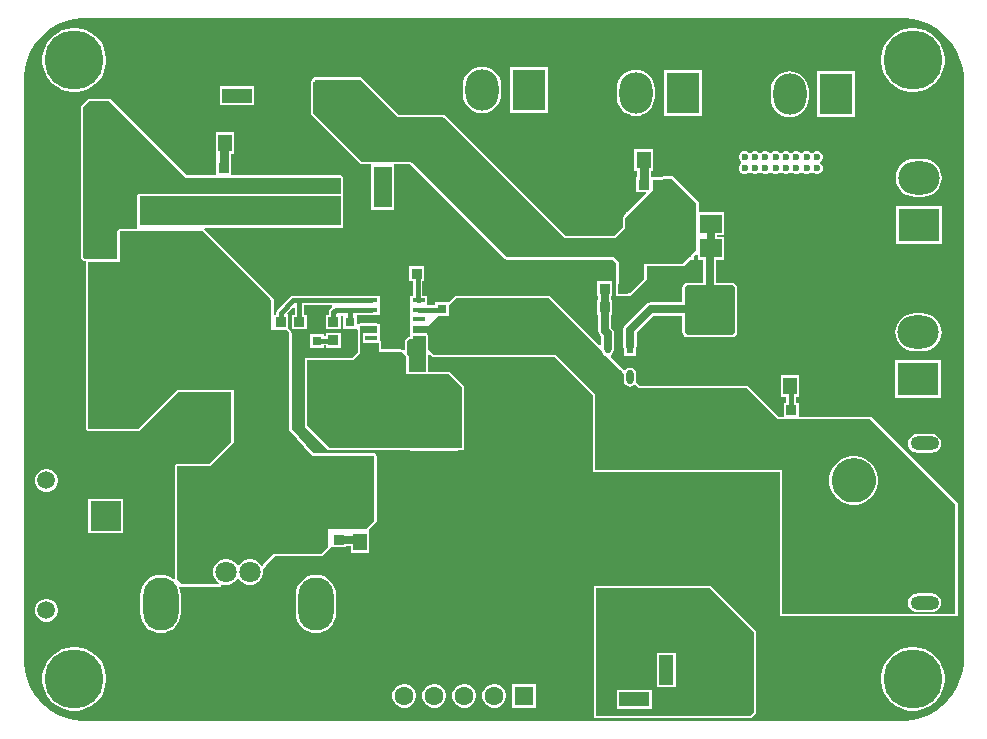
<source format=gbr>
%TF.GenerationSoftware,Altium Limited,Altium Designer,22.5.1 (42)*%
G04 Layer_Physical_Order=1*
G04 Layer_Color=255*
%FSLAX44Y44*%
%MOMM*%
%TF.SameCoordinates,89E13746-3D4A-4BC1-B2AC-D00D571BF165*%
%TF.FilePolarity,Positive*%
%TF.FileFunction,Copper,L1,Top,Signal*%
%TF.Part,Single*%
G01*
G75*
%TA.AperFunction,SMDPad,CuDef*%
%ADD10C,2.0000*%
%ADD11R,1.1600X1.4700*%
%ADD12R,1.0000X0.4000*%
%ADD13R,2.6000X3.0000*%
%ADD14R,1.0000X1.6000*%
%ADD15R,0.8000X0.8000*%
%ADD16R,0.8500X0.8500*%
%ADD17O,0.6000X1.2000*%
%ADD18R,0.6000X1.2000*%
%ADD19R,0.8500X0.8500*%
G04:AMPARAMS|DCode=20|XSize=4.2mm|YSize=4.2mm|CornerRadius=0.21mm|HoleSize=0mm|Usage=FLASHONLY|Rotation=270.000|XOffset=0mm|YOffset=0mm|HoleType=Round|Shape=RoundedRectangle|*
%AMROUNDEDRECTD20*
21,1,4.2000,3.7800,0,0,270.0*
21,1,3.7800,4.2000,0,0,270.0*
1,1,0.4200,-1.8900,-1.8900*
1,1,0.4200,-1.8900,1.8900*
1,1,0.4200,1.8900,1.8900*
1,1,0.4200,1.8900,-1.8900*
%
%ADD20ROUNDEDRECTD20*%
%ADD21R,1.8500X1.5000*%
%ADD22R,5.3500X3.6000*%
%ADD23R,1.5500X1.1000*%
%ADD24R,1.5500X1.1000*%
%ADD25R,1.5500X3.4500*%
%ADD26R,0.8000X0.8000*%
%ADD27R,1.6000X1.0000*%
%ADD28R,3.6000X5.3500*%
%ADD29R,1.5000X1.8500*%
%TA.AperFunction,Conductor*%
%ADD30C,0.3810*%
%ADD31C,0.8000*%
%ADD32C,0.7000*%
%TA.AperFunction,ComponentPad*%
%ADD33C,3.7160*%
%ADD34R,3.7160X3.7160*%
%ADD35O,2.4000X1.2000*%
%ADD36R,2.5000X1.2000*%
%ADD37R,1.2000X2.5000*%
%ADD38C,1.6000*%
%ADD39R,1.6000X1.6000*%
%ADD40C,1.5080*%
%ADD41C,2.5500*%
%ADD42R,2.5500X2.5500*%
%ADD43C,5.0000*%
G04:AMPARAMS|DCode=44|XSize=1.6mm|YSize=1.6mm|CornerRadius=0mm|HoleSize=0mm|Usage=FLASHONLY|Rotation=90.000|XOffset=0mm|YOffset=0mm|HoleType=Round|Shape=Octagon|*
%AMOCTAGOND44*
4,1,8,0.4000,0.8000,-0.4000,0.8000,-0.8000,0.4000,-0.8000,-0.4000,-0.4000,-0.8000,0.4000,-0.8000,0.8000,-0.4000,0.8000,0.4000,0.4000,0.8000,0.0*
%
%ADD44OCTAGOND44*%

%ADD45O,2.8000X3.5000*%
%ADD46R,2.8000X3.5000*%
%ADD47O,3.5000X2.8000*%
%ADD48R,3.5000X2.8000*%
%ADD49C,1.8000*%
%ADD50R,1.8000X1.8000*%
%ADD51O,3.0000X4.5000*%
%ADD52R,1.6000X1.6000*%
%TA.AperFunction,ViaPad*%
%ADD53C,0.6000*%
%ADD54C,0.8000*%
G36*
X355354Y297055D02*
X362060Y295258D01*
X368474Y292601D01*
X374487Y289130D01*
X379994Y284904D01*
X384904Y279994D01*
X389130Y274487D01*
X392601Y268474D01*
X395258Y262060D01*
X397055Y255354D01*
X397961Y248471D01*
Y245000D01*
X397961Y-245000D01*
X397961Y-248471D01*
X397055Y-255354D01*
X395258Y-262060D01*
X392601Y-268474D01*
X389130Y-274487D01*
X384904Y-279994D01*
X379994Y-284904D01*
X374487Y-289130D01*
X368474Y-292601D01*
X362060Y-295258D01*
X355354Y-297055D01*
X348471Y-297961D01*
X-348471D01*
X-355354Y-297055D01*
X-362060Y-295258D01*
X-368474Y-292601D01*
X-374487Y-289130D01*
X-379994Y-284904D01*
X-384904Y-279994D01*
X-389130Y-274487D01*
X-392601Y-268474D01*
X-395258Y-262060D01*
X-397055Y-255354D01*
X-397961Y-248471D01*
X-397961Y-245000D01*
Y245000D01*
X-397961Y248471D01*
X-397055Y255354D01*
X-395258Y262060D01*
X-392601Y268474D01*
X-389130Y274487D01*
X-384904Y279994D01*
X-379994Y284904D01*
X-374487Y289130D01*
X-368474Y292601D01*
X-362060Y295258D01*
X-355354Y297055D01*
X-348471Y297961D01*
X348471D01*
X355354Y297055D01*
D02*
G37*
%LPC*%
G36*
X357125Y289000D02*
X352875D01*
X348677Y288335D01*
X344636Y287022D01*
X340849Y285093D01*
X337411Y282595D01*
X334406Y279589D01*
X331908Y276151D01*
X329978Y272364D01*
X328665Y268323D01*
X328000Y264125D01*
Y259875D01*
X328665Y255678D01*
X329978Y251636D01*
X331908Y247849D01*
X334406Y244411D01*
X337411Y241406D01*
X340849Y238908D01*
X344636Y236978D01*
X348677Y235665D01*
X352875Y235000D01*
X357125D01*
X361323Y235665D01*
X365364Y236978D01*
X369151Y238908D01*
X372589Y241406D01*
X375594Y244411D01*
X378092Y247849D01*
X380022Y251636D01*
X381335Y255678D01*
X382000Y259875D01*
Y264125D01*
X381335Y268323D01*
X380022Y272364D01*
X378092Y276151D01*
X375594Y279589D01*
X372589Y282595D01*
X369151Y285093D01*
X365364Y287022D01*
X361323Y288335D01*
X357125Y289000D01*
D02*
G37*
G36*
X-352875D02*
X-357125D01*
X-361323Y288335D01*
X-365364Y287022D01*
X-369151Y285093D01*
X-372589Y282595D01*
X-375594Y279589D01*
X-378092Y276151D01*
X-380022Y272364D01*
X-381335Y268323D01*
X-382000Y264125D01*
Y259875D01*
X-381335Y255678D01*
X-380022Y251636D01*
X-378092Y247849D01*
X-375594Y244411D01*
X-372589Y241406D01*
X-369151Y238908D01*
X-365364Y236978D01*
X-361323Y235665D01*
X-357125Y235000D01*
X-352875D01*
X-348677Y235665D01*
X-344636Y236978D01*
X-340849Y238908D01*
X-337411Y241406D01*
X-334406Y244411D01*
X-331908Y247849D01*
X-329978Y251636D01*
X-328665Y255678D01*
X-328000Y259875D01*
Y264125D01*
X-328665Y268323D01*
X-329978Y272364D01*
X-331908Y276151D01*
X-334406Y279589D01*
X-337411Y282595D01*
X-340849Y285093D01*
X-344636Y287022D01*
X-348677Y288335D01*
X-352875Y289000D01*
D02*
G37*
G36*
X-202500Y239750D02*
X-231500D01*
Y223750D01*
X-202500D01*
Y239750D01*
D02*
G37*
G36*
X45850Y256250D02*
X13850D01*
Y217250D01*
X45850D01*
Y256250D01*
D02*
G37*
G36*
X-9750Y256327D02*
X-12887Y256019D01*
X-15903Y255104D01*
X-18682Y253618D01*
X-21118Y251618D01*
X-23118Y249182D01*
X-24604Y246403D01*
X-25519Y243386D01*
X-25827Y240250D01*
Y233250D01*
X-25519Y230114D01*
X-24604Y227097D01*
X-23118Y224318D01*
X-21118Y221882D01*
X-18682Y219882D01*
X-15903Y218396D01*
X-12887Y217481D01*
X-9750Y217173D01*
X-6613Y217481D01*
X-3597Y218396D01*
X-818Y219882D01*
X1619Y221882D01*
X3618Y224318D01*
X5104Y227097D01*
X6018Y230114D01*
X6327Y233250D01*
Y240250D01*
X6018Y243386D01*
X5104Y246403D01*
X3618Y249182D01*
X1619Y251618D01*
X-818Y253618D01*
X-3597Y255104D01*
X-6613Y256019D01*
X-9750Y256327D01*
D02*
G37*
G36*
X176100Y253750D02*
X144100D01*
Y214750D01*
X176100D01*
Y253750D01*
D02*
G37*
G36*
X120500Y253827D02*
X117363Y253519D01*
X114347Y252604D01*
X111568Y251118D01*
X109131Y249118D01*
X107132Y246682D01*
X105646Y243903D01*
X104732Y240886D01*
X104423Y237750D01*
Y230750D01*
X104732Y227614D01*
X105646Y224597D01*
X107132Y221818D01*
X109131Y219382D01*
X111568Y217382D01*
X114347Y215896D01*
X117363Y214981D01*
X120500Y214673D01*
X123637Y214981D01*
X126653Y215896D01*
X129432Y217382D01*
X131868Y219382D01*
X133868Y221818D01*
X135354Y224597D01*
X136269Y227614D01*
X136577Y230750D01*
Y237750D01*
X136269Y240886D01*
X135354Y243903D01*
X133868Y246682D01*
X131868Y249118D01*
X129432Y251118D01*
X126653Y252604D01*
X123637Y253519D01*
X120500Y253827D01*
D02*
G37*
G36*
X306200Y252500D02*
X274200D01*
Y213500D01*
X306200D01*
Y252500D01*
D02*
G37*
G36*
X250600Y252577D02*
X247463Y252269D01*
X244447Y251354D01*
X241668Y249868D01*
X239232Y247868D01*
X237232Y245432D01*
X235746Y242652D01*
X234832Y239636D01*
X234523Y236500D01*
Y229500D01*
X234832Y226364D01*
X235746Y223347D01*
X237232Y220568D01*
X239232Y218132D01*
X241668Y216132D01*
X244447Y214646D01*
X247463Y213731D01*
X250600Y213423D01*
X253737Y213731D01*
X256753Y214646D01*
X259532Y216132D01*
X261968Y218132D01*
X263968Y220568D01*
X265454Y223347D01*
X266369Y226364D01*
X266677Y229500D01*
Y236500D01*
X266369Y239636D01*
X265454Y242652D01*
X263968Y245432D01*
X261968Y247868D01*
X259532Y249868D01*
X256753Y251354D01*
X253737Y252269D01*
X250600Y252577D01*
D02*
G37*
G36*
X274745Y185000D02*
X272755D01*
X270918Y184239D01*
X270205Y183526D01*
X269375Y182930D01*
X268545Y183526D01*
X267832Y184239D01*
X265995Y185000D01*
X264005D01*
X262168Y184239D01*
X261455Y183526D01*
X260625Y182930D01*
X259795Y183526D01*
X259082Y184239D01*
X257245Y185000D01*
X255255D01*
X253418Y184239D01*
X252705Y183526D01*
X251875Y182930D01*
X251045Y183526D01*
X250332Y184239D01*
X248494Y185000D01*
X246505D01*
X244668Y184239D01*
X243955Y183526D01*
X243125Y182930D01*
X242295Y183526D01*
X241582Y184239D01*
X239745Y185000D01*
X237755D01*
X235918Y184239D01*
X235205Y183526D01*
X234375Y182930D01*
X233545Y183526D01*
X232832Y184239D01*
X230995Y185000D01*
X229005D01*
X227168Y184239D01*
X226455Y183526D01*
X225625Y182930D01*
X224795Y183526D01*
X224082Y184239D01*
X222245Y185000D01*
X220255D01*
X218418Y184239D01*
X217705Y183526D01*
X216875Y182930D01*
X216045Y183526D01*
X215332Y184239D01*
X213495Y185000D01*
X211505D01*
X209668Y184239D01*
X208261Y182832D01*
X207500Y180995D01*
Y179005D01*
X208261Y177168D01*
X209668Y175761D01*
X209671Y175760D01*
Y174490D01*
X209668Y174489D01*
X208261Y173082D01*
X207500Y171245D01*
Y169255D01*
X208261Y167418D01*
X209668Y166011D01*
X211505Y165250D01*
X213495D01*
X215332Y166011D01*
X216045Y166724D01*
X216875Y167320D01*
X217705Y166724D01*
X218418Y166011D01*
X220255Y165250D01*
X222245D01*
X224082Y166011D01*
X224795Y166724D01*
X225625Y167320D01*
X226455Y166724D01*
X227168Y166011D01*
X229005Y165250D01*
X230995D01*
X232832Y166011D01*
X233545Y166724D01*
X234375Y167320D01*
X235205Y166724D01*
X235918Y166011D01*
X237755Y165250D01*
X239745D01*
X241582Y166011D01*
X242295Y166724D01*
X243125Y167320D01*
X243955Y166724D01*
X244668Y166011D01*
X246505Y165250D01*
X248494D01*
X250332Y166011D01*
X251045Y166724D01*
X251875Y167320D01*
X252705Y166724D01*
X253418Y166011D01*
X255255Y165250D01*
X257245D01*
X259082Y166011D01*
X259795Y166724D01*
X260625Y167320D01*
X261455Y166724D01*
X262168Y166011D01*
X264005Y165250D01*
X265995D01*
X267832Y166011D01*
X268545Y166724D01*
X269375Y167320D01*
X270205Y166724D01*
X270918Y166011D01*
X272755Y165250D01*
X274745D01*
X276582Y166011D01*
X277989Y167418D01*
X278750Y169255D01*
Y171245D01*
X277989Y173082D01*
X276582Y174489D01*
X276579Y174490D01*
Y175760D01*
X276582Y175761D01*
X277989Y177168D01*
X278750Y179005D01*
Y180995D01*
X277989Y182832D01*
X276582Y184239D01*
X274745Y185000D01*
D02*
G37*
G36*
X363500Y178327D02*
X356500D01*
X353363Y178018D01*
X350347Y177104D01*
X347568Y175618D01*
X345131Y173618D01*
X343132Y171182D01*
X341646Y168403D01*
X340732Y165387D01*
X340423Y162250D01*
X340732Y159113D01*
X341646Y156097D01*
X343132Y153318D01*
X345131Y150882D01*
X347568Y148882D01*
X350347Y147396D01*
X353363Y146482D01*
X356500Y146173D01*
X363500D01*
X366637Y146482D01*
X369652Y147396D01*
X372432Y148882D01*
X374868Y150882D01*
X376868Y153318D01*
X378354Y156097D01*
X379268Y159113D01*
X379577Y162250D01*
X379268Y165387D01*
X378354Y168403D01*
X376868Y171182D01*
X374868Y173618D01*
X372432Y175618D01*
X369652Y177104D01*
X366637Y178018D01*
X363500Y178327D01*
D02*
G37*
G36*
X379500Y138650D02*
X340500D01*
Y106650D01*
X379500D01*
Y138650D01*
D02*
G37*
G36*
X-129500Y31000D02*
X-142000D01*
Y28482D01*
X-143750D01*
Y30250D01*
X-155750D01*
Y18250D01*
X-143750D01*
Y20519D01*
X-142000D01*
Y18500D01*
X-129500D01*
Y31000D01*
D02*
G37*
G36*
X-112750Y247539D02*
X-151500D01*
X-152280Y247384D01*
X-152942Y246942D01*
X-153384Y246280D01*
X-153539Y245500D01*
Y245211D01*
X-153942Y244942D01*
X-154384Y244280D01*
X-154539Y243500D01*
Y216500D01*
X-154539Y216500D01*
X-154384Y215720D01*
X-153942Y215058D01*
X-153942Y215058D01*
X-113192Y174308D01*
X-112530Y173866D01*
X-111750Y173711D01*
X-103500D01*
Y135250D01*
X-84000D01*
Y173711D01*
X-70595D01*
X9558Y93558D01*
X10220Y93116D01*
X11000Y92961D01*
X101155D01*
X103961Y90155D01*
Y74750D01*
X103500D01*
Y62250D01*
X116000D01*
Y62610D01*
X116030Y62616D01*
X116692Y63058D01*
X128942Y75308D01*
X129384Y75970D01*
X129539Y76750D01*
Y87461D01*
X160500D01*
X160500Y87461D01*
X161280Y87616D01*
X161942Y88058D01*
X161942Y88058D01*
X166884Y93000D01*
X169750D01*
Y95866D01*
X171577Y97693D01*
X172750Y97207D01*
Y93000D01*
X177392D01*
Y73580D01*
X164100D01*
X162500Y73262D01*
X161144Y72356D01*
X160238Y71000D01*
X159920Y69400D01*
Y56858D01*
X133000D01*
X130854Y56431D01*
X129035Y55215D01*
X111535Y37715D01*
X110319Y35896D01*
X109892Y33750D01*
Y19500D01*
X110319Y17354D01*
X110500Y17083D01*
Y11500D01*
X120500D01*
Y17083D01*
X120681Y17354D01*
X121108Y19500D01*
Y31427D01*
X135323Y45642D01*
X159920D01*
Y31600D01*
X160238Y30000D01*
X161144Y28644D01*
X162500Y27738D01*
X164100Y27420D01*
X201900D01*
X203500Y27738D01*
X204856Y28644D01*
X205762Y30000D01*
X206080Y31600D01*
Y69400D01*
X205762Y71000D01*
X204856Y72356D01*
X203500Y73262D01*
X201900Y73580D01*
X188608D01*
Y93000D01*
X195250D01*
Y112000D01*
X189608D01*
Y114000D01*
X195250D01*
Y133000D01*
X173789D01*
Y140750D01*
X173634Y141530D01*
X173192Y142192D01*
X152442Y162942D01*
X152400Y162970D01*
X152371Y163010D01*
X152071Y163190D01*
X151780Y163384D01*
X151731Y163394D01*
X151688Y163419D01*
X151343Y163471D01*
X151000Y163539D01*
X150951Y163529D01*
X150901Y163537D01*
X135401Y162787D01*
X135063Y162702D01*
X134770Y162644D01*
X134694Y162636D01*
X134191Y162684D01*
X133853Y162827D01*
X133368Y163258D01*
Y168150D01*
X134900D01*
Y186850D01*
X119300D01*
Y168150D01*
X121132D01*
Y162750D01*
X121000D01*
Y150250D01*
X128707D01*
X129193Y149077D01*
X115558Y135442D01*
X113116Y133000D01*
X112250D01*
Y132134D01*
X110058Y129942D01*
X109616Y129280D01*
X109461Y128500D01*
Y120095D01*
X102405Y113039D01*
X61095D01*
X-41058Y215192D01*
X-41720Y215634D01*
X-42500Y215789D01*
X-80155D01*
X-111308Y246942D01*
X-111970Y247384D01*
X-112750Y247539D01*
D02*
G37*
G36*
X363250Y47577D02*
X356250D01*
X353114Y47269D01*
X350097Y46354D01*
X347318Y44868D01*
X344882Y42868D01*
X342882Y40432D01*
X341396Y37653D01*
X340481Y34636D01*
X340173Y31500D01*
X340481Y28363D01*
X341396Y25347D01*
X342882Y22568D01*
X344882Y20131D01*
X347318Y18132D01*
X350097Y16646D01*
X353114Y15732D01*
X356250Y15423D01*
X363250D01*
X366386Y15732D01*
X369403Y16646D01*
X372182Y18132D01*
X374618Y20131D01*
X376618Y22568D01*
X378104Y25347D01*
X379019Y28363D01*
X379327Y31500D01*
X379019Y34636D01*
X378104Y37653D01*
X376618Y40432D01*
X374618Y42868D01*
X372182Y44868D01*
X369403Y46354D01*
X366386Y47269D01*
X363250Y47577D01*
D02*
G37*
G36*
X379250Y7900D02*
X340250D01*
Y-24100D01*
X379250D01*
Y7900D01*
D02*
G37*
G36*
X371000Y-54431D02*
X359000D01*
X356912Y-54706D01*
X354966Y-55512D01*
X353294Y-56794D01*
X352012Y-58465D01*
X351206Y-60412D01*
X350931Y-62500D01*
X351206Y-64588D01*
X352012Y-66535D01*
X353294Y-68206D01*
X354966Y-69488D01*
X356912Y-70294D01*
X359000Y-70569D01*
X371000D01*
X373088Y-70294D01*
X375034Y-69488D01*
X376706Y-68206D01*
X377988Y-66535D01*
X378794Y-64588D01*
X379069Y-62500D01*
X378794Y-60412D01*
X377988Y-58465D01*
X376706Y-56794D01*
X375034Y-55512D01*
X373088Y-54706D01*
X371000Y-54431D01*
D02*
G37*
G36*
X-377244Y-84460D02*
X-379756D01*
X-382182Y-85110D01*
X-384358Y-86366D01*
X-386134Y-88142D01*
X-387390Y-90318D01*
X-388040Y-92744D01*
Y-95256D01*
X-387390Y-97682D01*
X-386134Y-99858D01*
X-384358Y-101634D01*
X-382182Y-102890D01*
X-379756Y-103540D01*
X-377244D01*
X-374818Y-102890D01*
X-372642Y-101634D01*
X-370866Y-99858D01*
X-369610Y-97682D01*
X-368960Y-95256D01*
Y-92744D01*
X-369610Y-90318D01*
X-370866Y-88142D01*
X-372642Y-86366D01*
X-374818Y-85110D01*
X-377244Y-84460D01*
D02*
G37*
G36*
X-313750Y-109250D02*
X-343250D01*
Y-138750D01*
X-313750D01*
Y-109250D01*
D02*
G37*
G36*
X-342250Y229289D02*
X-343030Y229134D01*
X-343692Y228692D01*
X-348692Y223692D01*
X-349134Y223030D01*
X-349289Y222250D01*
Y95000D01*
X-349289Y95000D01*
X-349134Y94220D01*
X-348692Y93558D01*
X-347192Y92058D01*
X-346530Y91616D01*
X-345750Y91461D01*
X-345417D01*
X-345039Y91000D01*
Y-50000D01*
X-344884Y-50780D01*
X-344442Y-51442D01*
X-343780Y-51884D01*
X-343000Y-52039D01*
X-301000D01*
X-301000Y-52039D01*
X-300220Y-51884D01*
X-299558Y-51442D01*
X-299558Y-51442D01*
X-267155Y-19039D01*
X-222039D01*
Y-61155D01*
X-240845Y-79961D01*
X-268000D01*
X-268780Y-80116D01*
X-269442Y-80558D01*
X-269884Y-81220D01*
X-270039Y-82000D01*
Y-177099D01*
X-271309Y-177700D01*
X-272410Y-176797D01*
X-275363Y-175218D01*
X-278567Y-174246D01*
X-281900Y-173918D01*
X-285233Y-174246D01*
X-288437Y-175218D01*
X-291390Y-176797D01*
X-293979Y-178921D01*
X-296103Y-181510D01*
X-297682Y-184463D01*
X-298654Y-187667D01*
X-298982Y-191000D01*
Y-206000D01*
X-298654Y-209333D01*
X-297682Y-212537D01*
X-296103Y-215490D01*
X-293979Y-218079D01*
X-291390Y-220203D01*
X-288437Y-221782D01*
X-285233Y-222754D01*
X-281900Y-223082D01*
X-278567Y-222754D01*
X-275363Y-221782D01*
X-272410Y-220203D01*
X-269821Y-218079D01*
X-267697Y-215490D01*
X-266118Y-212537D01*
X-265146Y-209333D01*
X-264818Y-206000D01*
Y-191000D01*
X-265146Y-187667D01*
X-266097Y-184531D01*
X-266021Y-184407D01*
X-265012Y-183729D01*
X-264780Y-183884D01*
X-264000Y-184039D01*
X-232380D01*
X-232248Y-184013D01*
X-232114Y-184022D01*
X-231861Y-183936D01*
X-231600Y-183884D01*
X-231488Y-183809D01*
X-231361Y-183766D01*
X-231160Y-183590D01*
X-230938Y-183442D01*
X-230864Y-183330D01*
X-230763Y-183241D01*
X-230644Y-183002D01*
X-230496Y-182780D01*
X-229690Y-182112D01*
X-229384Y-181935D01*
X-227648Y-182400D01*
X-224752D01*
X-221954Y-181650D01*
X-219446Y-180202D01*
X-217398Y-178154D01*
X-216835Y-177179D01*
X-215565D01*
X-215002Y-178154D01*
X-212954Y-180202D01*
X-210446Y-181650D01*
X-207648Y-182400D01*
X-204752D01*
X-201954Y-181650D01*
X-199446Y-180202D01*
X-197398Y-178154D01*
X-195950Y-175646D01*
X-195200Y-172848D01*
Y-169952D01*
X-195582Y-168526D01*
X-194472Y-168229D01*
X-194352Y-168169D01*
X-194220Y-168143D01*
X-193998Y-167995D01*
X-193759Y-167877D01*
X-193670Y-167776D01*
X-193558Y-167701D01*
X-193410Y-167479D01*
X-193234Y-167279D01*
X-193191Y-167151D01*
X-193116Y-167039D01*
X-193064Y-166778D01*
X-192978Y-166525D01*
X-192987Y-166391D01*
X-192961Y-166259D01*
Y-165845D01*
X-185155Y-158039D01*
X-146000D01*
X-146000Y-158039D01*
X-145220Y-157884D01*
X-144558Y-157442D01*
X-144558Y-157442D01*
X-138558Y-151442D01*
X-138230Y-150951D01*
X-137250Y-150250D01*
X-124750D01*
Y-149608D01*
X-120700D01*
Y-155350D01*
X-105100D01*
Y-136650D01*
X-105100D01*
X-105496Y-135380D01*
X-99558Y-129442D01*
X-99116Y-128780D01*
X-98961Y-128000D01*
Y-73000D01*
X-99116Y-72220D01*
X-99558Y-71558D01*
X-100220Y-71116D01*
X-101000Y-70961D01*
X-153067D01*
X-170961Y-50241D01*
Y31000D01*
X-171116Y31780D01*
X-171558Y32442D01*
X-173558Y34442D01*
X-173750Y34570D01*
Y46250D01*
X-174323D01*
X-174849Y47520D01*
X-169655Y52715D01*
X-168482Y52228D01*
Y46500D01*
X-170750D01*
Y34000D01*
X-158250D01*
Y46500D01*
X-160518D01*
Y54518D01*
X-136819D01*
X-136421Y53534D01*
X-136400Y53249D01*
X-138565Y51083D01*
X-139428Y49792D01*
X-139732Y48268D01*
Y46500D01*
X-142000D01*
Y34000D01*
X-129500D01*
Y45418D01*
X-128625Y45968D01*
X-127750Y45418D01*
Y34500D01*
X-116309D01*
X-115750Y34500D01*
X-115039Y33524D01*
Y14845D01*
X-119804Y10080D01*
X-151400D01*
X-151606Y10039D01*
X-158000D01*
X-158780Y9884D01*
X-159442Y9442D01*
X-159884Y8780D01*
X-160039Y8000D01*
Y-47000D01*
X-160039Y-47000D01*
X-159884Y-47780D01*
X-159442Y-48442D01*
X-139942Y-67942D01*
X-139280Y-68384D01*
X-138500Y-68539D01*
X-70500D01*
Y-69000D01*
X-30500D01*
Y-68539D01*
X-27000D01*
X-26220Y-68384D01*
X-25558Y-67942D01*
X-25116Y-67280D01*
X-24961Y-66500D01*
Y-15000D01*
X-24961Y-15000D01*
X-25116Y-14220D01*
X-25558Y-13558D01*
X-36558Y-2558D01*
X-37220Y-2116D01*
X-38000Y-1961D01*
X-55211D01*
Y12668D01*
X-54037Y13154D01*
X-51942Y11058D01*
X-51280Y10616D01*
X-50500Y10461D01*
X51905D01*
X83961Y-21595D01*
X83961Y-84750D01*
X84116Y-85530D01*
X84558Y-86192D01*
X85220Y-86634D01*
X86000Y-86789D01*
X242461D01*
Y-207000D01*
X242616Y-207780D01*
X243058Y-208442D01*
X243720Y-208884D01*
X244500Y-209039D01*
X391000D01*
X391780Y-208884D01*
X392442Y-208442D01*
X392884Y-207780D01*
X393039Y-207000D01*
Y-114000D01*
X393039Y-114000D01*
X392884Y-113220D01*
X392442Y-112558D01*
X320442Y-40558D01*
X319780Y-40116D01*
X319000Y-39961D01*
X258250D01*
Y-28000D01*
X255982D01*
Y-23350D01*
X258900D01*
Y-4650D01*
X243300D01*
Y-23350D01*
X248018D01*
Y-28000D01*
X245750D01*
Y-39961D01*
X241845D01*
X216442Y-14558D01*
X215780Y-14116D01*
X215000Y-13961D01*
X123845D01*
X121457Y-11573D01*
X121373Y-11517D01*
X121309Y-11439D01*
X121045Y-11298D01*
X120795Y-11131D01*
X120562Y-10174D01*
X120542Y-9781D01*
X120598Y-9500D01*
Y-3500D01*
X120210Y-1549D01*
X119105Y105D01*
X117451Y1210D01*
X115500Y1598D01*
X113549Y1210D01*
X111895Y105D01*
X111604Y-331D01*
X110340Y-456D01*
X99151Y10733D01*
X99313Y12366D01*
X100105Y12895D01*
X101210Y14549D01*
X101598Y16500D01*
Y17230D01*
X101681Y17354D01*
X102108Y19500D01*
Y30500D01*
X101681Y32646D01*
X100465Y34465D01*
X99858Y35073D01*
Y46250D01*
X100500D01*
Y58750D01*
X99858D01*
Y62250D01*
X100500D01*
Y74750D01*
X88000D01*
Y62250D01*
X88642D01*
Y58750D01*
X88000D01*
Y46250D01*
X88642D01*
Y32750D01*
X89069Y30604D01*
X90285Y28785D01*
X90892Y28177D01*
Y20788D01*
X89622Y20262D01*
X47942Y61942D01*
X47280Y62384D01*
X46500Y62539D01*
X-31500D01*
X-31500Y62539D01*
X-32280Y62384D01*
X-32942Y61942D01*
X-32942Y61942D01*
X-37634Y57250D01*
X-49500D01*
Y54577D01*
X-56500D01*
Y62500D01*
X-60269D01*
Y75000D01*
X-58750D01*
Y87500D01*
X-71250D01*
Y75000D01*
X-68232D01*
Y62500D01*
X-70500D01*
Y54500D01*
X-70500D01*
X-70500Y53230D01*
Y47770D01*
X-70500Y46500D01*
X-70500D01*
Y46500D01*
X-70500D01*
Y37197D01*
X-70539Y37000D01*
Y30500D01*
X-70500Y30303D01*
Y28658D01*
X-70539Y28461D01*
Y28356D01*
X-71634Y27517D01*
X-71869Y27433D01*
X-72114Y27384D01*
X-72240Y27300D01*
X-72383Y27248D01*
X-72568Y27081D01*
X-72775Y26942D01*
X-72860Y26816D01*
X-72972Y26714D01*
X-74639Y24464D01*
X-74745Y24238D01*
X-74884Y24030D01*
X-74914Y23881D01*
X-74978Y23744D01*
X-74991Y23495D01*
X-75039Y23250D01*
Y16582D01*
X-76213Y16096D01*
X-76558Y16442D01*
X-77220Y16884D01*
X-78000Y17039D01*
X-94961D01*
Y22500D01*
X-95116Y23280D01*
X-95558Y23942D01*
X-96220Y24384D01*
X-96500Y24440D01*
Y30303D01*
X-96461Y30500D01*
Y37000D01*
X-96500Y37197D01*
Y38500D01*
X-97145D01*
X-97720Y38884D01*
X-98500Y39039D01*
X-113000D01*
X-113780Y38884D01*
X-114442Y38442D01*
X-114480Y38385D01*
X-115750Y38770D01*
Y46500D01*
X-114488Y46519D01*
X-110500D01*
Y46500D01*
X-96500D01*
Y53230D01*
X-96500Y54500D01*
X-96500Y55770D01*
Y62500D01*
X-110500D01*
Y62481D01*
X-169500D01*
X-171024Y62178D01*
X-172315Y61315D01*
X-182815Y50815D01*
X-183678Y49524D01*
X-183981Y48000D01*
Y46250D01*
X-185961D01*
Y59000D01*
X-186116Y59780D01*
X-186558Y60442D01*
X-244558Y118442D01*
X-244931Y118691D01*
X-244619Y119961D01*
X-129250D01*
X-128470Y120116D01*
X-127808Y120558D01*
X-127366Y121220D01*
X-127211Y122000D01*
Y146500D01*
X-127366Y147280D01*
X-127805Y147937D01*
X-127616Y148220D01*
X-127461Y149000D01*
Y162250D01*
X-127616Y163030D01*
X-128058Y163692D01*
X-128720Y164134D01*
X-129500Y164289D01*
X-222250D01*
Y176500D01*
X-222383D01*
Y182150D01*
X-219600D01*
Y200850D01*
X-235200D01*
Y182150D01*
X-234618D01*
Y176500D01*
X-234750D01*
Y164289D01*
X-259905D01*
X-324308Y228692D01*
X-324970Y229134D01*
X-325750Y229289D01*
X-342250D01*
X-342250Y229289D01*
D02*
G37*
G36*
X-377244Y-194460D02*
X-379756D01*
X-382182Y-195110D01*
X-384358Y-196366D01*
X-386134Y-198142D01*
X-387390Y-200318D01*
X-388040Y-202744D01*
Y-205256D01*
X-387390Y-207682D01*
X-386134Y-209858D01*
X-384358Y-211634D01*
X-382182Y-212890D01*
X-379756Y-213540D01*
X-377244D01*
X-374818Y-212890D01*
X-372642Y-211634D01*
X-370866Y-209858D01*
X-369610Y-207682D01*
X-368960Y-205256D01*
Y-202744D01*
X-369610Y-200318D01*
X-370866Y-198142D01*
X-372642Y-196366D01*
X-374818Y-195110D01*
X-377244Y-194460D01*
D02*
G37*
G36*
X-150500Y-173918D02*
X-153833Y-174246D01*
X-157037Y-175218D01*
X-159990Y-176797D01*
X-162579Y-178921D01*
X-164703Y-181510D01*
X-166282Y-184463D01*
X-167254Y-187667D01*
X-167582Y-191000D01*
Y-206000D01*
X-167254Y-209333D01*
X-166282Y-212537D01*
X-164703Y-215490D01*
X-162579Y-218079D01*
X-159990Y-220203D01*
X-157037Y-221782D01*
X-153833Y-222754D01*
X-150500Y-223082D01*
X-147167Y-222754D01*
X-143963Y-221782D01*
X-141010Y-220203D01*
X-138421Y-218079D01*
X-136297Y-215490D01*
X-134718Y-212537D01*
X-133746Y-209333D01*
X-133418Y-206000D01*
Y-191000D01*
X-133746Y-187667D01*
X-134718Y-184463D01*
X-136297Y-181510D01*
X-138421Y-178921D01*
X-141010Y-176797D01*
X-143963Y-175218D01*
X-147167Y-174246D01*
X-150500Y-173918D01*
D02*
G37*
G36*
X-74334Y-266250D02*
X-76967D01*
X-79510Y-266931D01*
X-81790Y-268248D01*
X-83652Y-270110D01*
X-84969Y-272390D01*
X-85650Y-274933D01*
Y-277567D01*
X-84969Y-280110D01*
X-83652Y-282390D01*
X-81790Y-284252D01*
X-79510Y-285569D01*
X-76967Y-286250D01*
X-74334D01*
X-71790Y-285569D01*
X-69510Y-284252D01*
X-67648Y-282390D01*
X-66332Y-280110D01*
X-65650Y-277567D01*
Y-274933D01*
X-66332Y-272390D01*
X-67648Y-270110D01*
X-69510Y-268248D01*
X-71790Y-266931D01*
X-74334Y-266250D01*
D02*
G37*
G36*
X35950Y-266250D02*
X15950D01*
Y-286250D01*
X35950D01*
Y-266250D01*
D02*
G37*
G36*
X1866D02*
X-767D01*
X-3310Y-266931D01*
X-5590Y-268248D01*
X-7452Y-270110D01*
X-8769Y-272390D01*
X-9450Y-274933D01*
Y-277567D01*
X-8769Y-280110D01*
X-7452Y-282390D01*
X-5590Y-284252D01*
X-3310Y-285569D01*
X-767Y-286250D01*
X1866D01*
X4410Y-285569D01*
X6690Y-284252D01*
X8552Y-282390D01*
X9869Y-280110D01*
X10550Y-277567D01*
Y-274933D01*
X9869Y-272390D01*
X8552Y-270110D01*
X6690Y-268248D01*
X4410Y-266931D01*
X1866Y-266250D01*
D02*
G37*
G36*
X-23533D02*
X-26167D01*
X-28710Y-266931D01*
X-30990Y-268248D01*
X-32852Y-270110D01*
X-34169Y-272390D01*
X-34850Y-274933D01*
Y-277567D01*
X-34169Y-280110D01*
X-32852Y-282390D01*
X-30990Y-284252D01*
X-28710Y-285569D01*
X-26167Y-286250D01*
X-23533D01*
X-20990Y-285569D01*
X-18710Y-284252D01*
X-16848Y-282390D01*
X-15532Y-280110D01*
X-14850Y-277567D01*
Y-274933D01*
X-15532Y-272390D01*
X-16848Y-270110D01*
X-18710Y-268248D01*
X-20990Y-266931D01*
X-23533Y-266250D01*
D02*
G37*
G36*
X-48934D02*
X-51567D01*
X-54110Y-266931D01*
X-56390Y-268248D01*
X-58252Y-270110D01*
X-59569Y-272390D01*
X-60250Y-274933D01*
Y-277567D01*
X-59569Y-280110D01*
X-58252Y-282390D01*
X-56390Y-284252D01*
X-54110Y-285569D01*
X-51567Y-286250D01*
X-48934D01*
X-46390Y-285569D01*
X-44110Y-284252D01*
X-42248Y-282390D01*
X-40932Y-280110D01*
X-40250Y-277567D01*
Y-274933D01*
X-40932Y-272390D01*
X-42248Y-270110D01*
X-44110Y-268248D01*
X-46390Y-266931D01*
X-48934Y-266250D01*
D02*
G37*
G36*
X357125Y-235000D02*
X352875D01*
X348677Y-235665D01*
X344636Y-236978D01*
X340849Y-238908D01*
X337411Y-241406D01*
X334406Y-244411D01*
X331908Y-247849D01*
X329978Y-251636D01*
X328665Y-255678D01*
X328000Y-259875D01*
Y-264125D01*
X328665Y-268323D01*
X329978Y-272364D01*
X331908Y-276151D01*
X334406Y-279589D01*
X337411Y-282595D01*
X340849Y-285093D01*
X344636Y-287022D01*
X348677Y-288335D01*
X352875Y-289000D01*
X357125D01*
X361323Y-288335D01*
X365364Y-287022D01*
X369151Y-285093D01*
X372589Y-282595D01*
X375594Y-279589D01*
X378092Y-276151D01*
X380022Y-272364D01*
X381335Y-268323D01*
X382000Y-264125D01*
Y-259875D01*
X381335Y-255678D01*
X380022Y-251636D01*
X378092Y-247849D01*
X375594Y-244411D01*
X372589Y-241406D01*
X369151Y-238908D01*
X365364Y-236978D01*
X361323Y-235665D01*
X357125Y-235000D01*
D02*
G37*
G36*
X-352875D02*
X-357125D01*
X-361323Y-235665D01*
X-365364Y-236978D01*
X-369151Y-238908D01*
X-372589Y-241406D01*
X-375594Y-244411D01*
X-378092Y-247849D01*
X-380022Y-251636D01*
X-381335Y-255678D01*
X-382000Y-259875D01*
Y-264125D01*
X-381335Y-268323D01*
X-380022Y-272364D01*
X-378092Y-276151D01*
X-375594Y-279589D01*
X-372589Y-282595D01*
X-369151Y-285093D01*
X-365364Y-287022D01*
X-361323Y-288335D01*
X-357125Y-289000D01*
X-352875D01*
X-348677Y-288335D01*
X-344636Y-287022D01*
X-340849Y-285093D01*
X-337411Y-282595D01*
X-334406Y-279589D01*
X-331908Y-276151D01*
X-329978Y-272364D01*
X-328665Y-268323D01*
X-328000Y-264125D01*
Y-259875D01*
X-328665Y-255678D01*
X-329978Y-251636D01*
X-331908Y-247849D01*
X-334406Y-244411D01*
X-337411Y-241406D01*
X-340849Y-238908D01*
X-344636Y-236978D01*
X-348677Y-235665D01*
X-352875Y-235000D01*
D02*
G37*
G36*
X182985Y-182946D02*
X86750D01*
X85970Y-183101D01*
X85308Y-183543D01*
X84866Y-184205D01*
X84711Y-184985D01*
Y-293250D01*
X84866Y-294030D01*
X85308Y-294692D01*
X85970Y-295134D01*
X86750Y-295289D01*
X217000D01*
X217000Y-295289D01*
X217780Y-295134D01*
X218442Y-294692D01*
X221942Y-291192D01*
X222384Y-290530D01*
X222539Y-289750D01*
Y-222500D01*
X222539Y-222500D01*
X222384Y-221720D01*
X221942Y-221058D01*
X184427Y-183543D01*
X183766Y-183101D01*
X182985Y-182946D01*
D02*
G37*
%LPD*%
G36*
X-81000Y213750D02*
X-42500D01*
X60250Y111000D01*
X103250D01*
X111500Y119250D01*
Y128500D01*
X117000Y134000D01*
X133250Y150250D01*
X133500D01*
Y150500D01*
X135000Y152000D01*
X135000Y160250D01*
X135500Y160750D01*
X151000Y161500D01*
X171750Y140750D01*
Y100750D01*
X160500Y89500D01*
X127500D01*
Y76750D01*
X115250Y64500D01*
X106000D01*
Y91000D01*
X102000Y95000D01*
X11000D01*
X-69750Y175750D01*
X-111750D01*
X-152500Y216500D01*
Y243500D01*
X-151500D01*
Y245500D01*
X-112750D01*
X-81000Y213750D01*
D02*
G37*
G36*
X-260750Y162250D02*
X-129500D01*
Y149000D01*
X-129750Y148750D01*
X-153539D01*
Y148539D01*
X-168961D01*
Y148750D01*
X-301000D01*
X-302250Y147500D01*
Y119039D01*
X-316000D01*
X-316780Y118884D01*
X-317442Y118442D01*
X-317737Y118000D01*
X-317750D01*
X-318500Y117250D01*
Y93500D01*
X-345750D01*
X-347250Y95000D01*
Y222250D01*
X-342250Y227250D01*
X-325750D01*
X-260750Y162250D01*
D02*
G37*
G36*
X-129250Y122000D02*
X-299750D01*
Y146500D01*
X-129250D01*
Y122000D01*
D02*
G37*
G36*
X-57280Y28116D02*
X-57250Y28110D01*
Y22750D01*
Y-1961D01*
X-71961D01*
Y11000D01*
X-72116Y11780D01*
X-72558Y12442D01*
X-72558Y12442D01*
X-73000Y12884D01*
Y23250D01*
X-71333Y25500D01*
X-68500D01*
Y28461D01*
X-57796D01*
X-57280Y28116D01*
D02*
G37*
G36*
X-98500Y30500D02*
X-110500D01*
Y22500D01*
X-97000D01*
Y15000D01*
X-78000D01*
X-74000Y11000D01*
Y-4000D01*
X-38000D01*
X-27000Y-15000D01*
Y-66500D01*
X-138500D01*
X-158000Y-47000D01*
Y8000D01*
X-119000D01*
X-113000Y14000D01*
Y37000D01*
X-98500D01*
Y30500D01*
D02*
G37*
G36*
X-188000Y59000D02*
Y33000D01*
X-175000D01*
X-173000Y31000D01*
Y-51000D01*
X-154000Y-73000D01*
X-101000D01*
Y-128000D01*
X-108000Y-135000D01*
X-140000D01*
Y-150000D01*
X-146000Y-156000D01*
X-186000D01*
X-195000Y-165000D01*
Y-166259D01*
X-196270Y-166599D01*
X-197398Y-164646D01*
X-199446Y-162598D01*
X-201954Y-161150D01*
X-204752Y-160400D01*
X-207648D01*
X-210446Y-161150D01*
X-212954Y-162598D01*
X-215002Y-164646D01*
X-215565Y-165621D01*
X-216835D01*
X-217398Y-164646D01*
X-219446Y-162598D01*
X-221954Y-161150D01*
X-224752Y-160400D01*
X-227648D01*
X-230446Y-161150D01*
X-232954Y-162598D01*
X-235002Y-164646D01*
X-236450Y-167154D01*
X-237200Y-169952D01*
Y-172848D01*
X-236450Y-175646D01*
X-235002Y-178154D01*
X-232954Y-180202D01*
X-232040Y-180730D01*
X-232380Y-182000D01*
X-264000D01*
X-268000Y-178000D01*
Y-82000D01*
X-240000D01*
X-220000Y-62000D01*
Y-17000D01*
X-268000D01*
X-301000Y-50000D01*
X-343000D01*
Y91000D01*
X-316000D01*
Y116930D01*
X-315977Y116965D01*
X-315799Y117000D01*
X-246000D01*
X-188000Y59000D01*
D02*
G37*
G36*
X91626Y15374D02*
X91790Y14549D01*
X92895Y12895D01*
X94549Y11790D01*
X95374Y11626D01*
X110418Y-3418D01*
X110402Y-3500D01*
Y-9500D01*
X110790Y-11451D01*
X111895Y-13105D01*
X113549Y-14210D01*
X115500Y-14598D01*
X117451Y-14210D01*
X119105Y-13105D01*
X120015Y-13015D01*
X123000Y-16000D01*
X215000D01*
X241000Y-42000D01*
X319000D01*
X391000Y-114000D01*
Y-207000D01*
X244500D01*
Y-84750D01*
X86000D01*
X86000Y-20750D01*
X52750Y12500D01*
X-50500D01*
X-55211Y17211D01*
Y28110D01*
X-55250Y28307D01*
X-55250Y28509D01*
X-55327Y28694D01*
X-55366Y28890D01*
X-55478Y29058D01*
X-55555Y29244D01*
X-55697Y29385D01*
X-55808Y29552D01*
X-55975Y29664D01*
X-56118Y29806D01*
X-56174Y29829D01*
X-56500Y30047D01*
Y30500D01*
X-68500D01*
Y37000D01*
X-55000D01*
X-46750Y45250D01*
X-37500D01*
Y54500D01*
X-31500Y60500D01*
X46500D01*
X91626Y15374D01*
D02*
G37*
%LPC*%
G36*
X307027Y-73420D02*
X302973D01*
X298997Y-74211D01*
X295252Y-75762D01*
X291881Y-78014D01*
X289014Y-80881D01*
X286762Y-84252D01*
X285211Y-87997D01*
X284420Y-91973D01*
Y-96027D01*
X285211Y-100003D01*
X286762Y-103748D01*
X289014Y-107119D01*
X291881Y-109986D01*
X295252Y-112238D01*
X298997Y-113789D01*
X302973Y-114580D01*
X307027D01*
X311003Y-113789D01*
X314748Y-112238D01*
X318119Y-109986D01*
X320985Y-107119D01*
X323238Y-103748D01*
X324789Y-100003D01*
X325580Y-96027D01*
Y-91973D01*
X324789Y-87997D01*
X323238Y-84252D01*
X320985Y-80881D01*
X318119Y-78014D01*
X314748Y-75762D01*
X311003Y-74211D01*
X307027Y-73420D01*
D02*
G37*
G36*
X371000Y-189431D02*
X359000D01*
X356912Y-189706D01*
X354966Y-190512D01*
X353294Y-191794D01*
X352012Y-193465D01*
X351206Y-195412D01*
X350931Y-197500D01*
X351206Y-199588D01*
X352012Y-201535D01*
X353294Y-203206D01*
X354966Y-204488D01*
X356912Y-205294D01*
X359000Y-205569D01*
X371000D01*
X373088Y-205294D01*
X375034Y-204488D01*
X376706Y-203206D01*
X377988Y-201535D01*
X378794Y-199588D01*
X379069Y-197500D01*
X378794Y-195412D01*
X377988Y-193465D01*
X376706Y-191794D01*
X375034Y-190512D01*
X373088Y-189706D01*
X371000Y-189431D01*
D02*
G37*
%LPD*%
G36*
X310408Y-76172D02*
X313782Y-77569D01*
X316819Y-79598D01*
X319402Y-82181D01*
X321431Y-85218D01*
X322828Y-88592D01*
X323541Y-92174D01*
Y-95826D01*
X322828Y-99408D01*
X321431Y-102782D01*
X319401Y-105819D01*
X316819Y-108402D01*
X313782Y-110431D01*
X310408Y-111828D01*
X306826Y-112541D01*
X303174D01*
X299592Y-111828D01*
X296218Y-110431D01*
X293181Y-108401D01*
X290598Y-105819D01*
X288569Y-102782D01*
X287172Y-99408D01*
X286459Y-95826D01*
Y-92174D01*
X287172Y-88592D01*
X288569Y-85218D01*
X290599Y-82181D01*
X293181Y-79598D01*
X296218Y-77569D01*
X299592Y-76172D01*
X303174Y-75459D01*
X306826D01*
X310408Y-76172D01*
D02*
G37*
G36*
X220500Y-222500D02*
Y-289750D01*
X217000Y-293250D01*
X86750D01*
Y-184985D01*
X182985D01*
X220500Y-222500D01*
D02*
G37*
%LPC*%
G36*
X154250Y-239750D02*
X138250D01*
Y-268750D01*
X154250D01*
Y-239750D01*
D02*
G37*
G36*
X133750Y-271250D02*
X104750D01*
Y-287250D01*
X133750D01*
Y-271250D01*
D02*
G37*
%LPD*%
G36*
X152211Y-266711D02*
X140289D01*
Y-241789D01*
X152211D01*
Y-266711D01*
D02*
G37*
G36*
X131711Y-285211D02*
X106789D01*
Y-273289D01*
X131711D01*
Y-285211D01*
D02*
G37*
D10*
X197500Y-275250D02*
D03*
X245500Y-275250D02*
D03*
X197500Y-245250D02*
D03*
X245500Y-245250D02*
D03*
D11*
X-209600Y191500D02*
D03*
X-227400D02*
D03*
X251100Y-14000D02*
D03*
X268900D02*
D03*
X144900Y177500D02*
D03*
X127100D02*
D03*
X-95100Y-146000D02*
D03*
X-112900D02*
D03*
D12*
X-63500Y26500D02*
D03*
Y34500D02*
D03*
Y42500D02*
D03*
Y50500D02*
D03*
Y58500D02*
D03*
X-103500D02*
D03*
Y50500D02*
D03*
Y42500D02*
D03*
Y34500D02*
D03*
Y26500D02*
D03*
D13*
X-83500Y42500D02*
D03*
D14*
X257250Y-196000D02*
D03*
X227250D02*
D03*
X256000Y-140000D02*
D03*
X226000D02*
D03*
X255500Y-115500D02*
D03*
X225500D02*
D03*
X-236250Y-56250D02*
D03*
X-206250D02*
D03*
X-235750Y-29750D02*
D03*
X-205750D02*
D03*
D15*
X254500Y-91500D02*
D03*
X238500D02*
D03*
X96000Y-27500D02*
D03*
X80000D02*
D03*
X-82250Y7750D02*
D03*
X-66250D02*
D03*
X-280000Y-142250D02*
D03*
X-264000D02*
D03*
D16*
X252000Y-49750D02*
D03*
Y-34250D02*
D03*
X-228500Y170250D02*
D03*
Y154750D02*
D03*
X-135750Y24750D02*
D03*
Y40250D02*
D03*
X-164500Y24750D02*
D03*
Y40250D02*
D03*
X-180000Y24500D02*
D03*
Y40000D02*
D03*
D17*
X106000Y19500D02*
D03*
X96500D02*
D03*
X115500Y-6500D02*
D03*
X106000D02*
D03*
X96500D02*
D03*
D18*
X115500Y19500D02*
D03*
D19*
X94250Y52500D02*
D03*
X109750D02*
D03*
Y68500D02*
D03*
X94250D02*
D03*
X127250Y156500D02*
D03*
X142750D02*
D03*
X-80500Y81250D02*
D03*
X-65000D02*
D03*
X-131000Y-144000D02*
D03*
X-146500D02*
D03*
D20*
X183000Y-43500D02*
D03*
Y50500D02*
D03*
X-132500Y-13000D02*
D03*
Y-107000D02*
D03*
D21*
X184000Y102500D02*
D03*
Y123500D02*
D03*
D22*
X141000Y113000D02*
D03*
D23*
X-161250Y154500D02*
D03*
Y131500D02*
D03*
D24*
Y177500D02*
D03*
D25*
X-93750Y154500D02*
D03*
D26*
X-188500D02*
D03*
Y170500D02*
D03*
X-209500Y154500D02*
D03*
Y170500D02*
D03*
X-187500Y131500D02*
D03*
Y115500D02*
D03*
X-209500Y131500D02*
D03*
Y115500D02*
D03*
X98000Y119500D02*
D03*
Y103500D02*
D03*
X-149750Y24250D02*
D03*
Y40250D02*
D03*
X-121750Y40500D02*
D03*
Y24500D02*
D03*
X-43500Y51250D02*
D03*
Y67250D02*
D03*
D27*
X-42000Y5000D02*
D03*
Y35000D02*
D03*
D28*
X-50500Y-40250D02*
D03*
D29*
X-40000Y-83250D02*
D03*
X-61000D02*
D03*
D30*
X252000Y-34250D02*
Y-14900D01*
X251100Y-14000D02*
X252000Y-14900D01*
X127100Y177500D02*
X127250Y177350D01*
X-228500Y190400D02*
X-227400Y191500D01*
X-149750Y24250D02*
X-149500Y24500D01*
X-136000D02*
X-135750Y24750D01*
X-149500Y24500D02*
X-136000D01*
X-163750Y58500D02*
X-103500D01*
X-169500D02*
X-163750D01*
X-164500Y40250D02*
Y57750D01*
X-163750Y58500D01*
X-180000Y48000D02*
X-169500Y58500D01*
X-180000Y40000D02*
Y48000D01*
X-121000Y50500D02*
X-103500D01*
X-133518D02*
X-121000D01*
X-121750Y49750D02*
X-121000Y50500D01*
X-121750Y40500D02*
Y49750D01*
X-135750Y40250D02*
X-135750Y40250D01*
X-135750Y40250D02*
Y48268D01*
X-133518Y50500D01*
X-65000Y81250D02*
X-64250Y80500D01*
X-64155Y58500D02*
X-63500D01*
X-64250Y58595D02*
X-64155Y58500D01*
X-64250Y58595D02*
Y80500D01*
X-63500Y50500D02*
X-63405Y50595D01*
X-44155D01*
X-43500Y51250D01*
D31*
X127250Y156500D02*
Y177350D01*
X-228500Y170250D02*
Y190400D01*
D32*
X182250Y51250D02*
X183000Y50500D01*
X133000Y51250D02*
X182250D01*
X94250Y52500D02*
Y68500D01*
Y32750D02*
Y52500D01*
X96500Y19500D02*
Y30500D01*
X94250Y32750D02*
X96500Y30500D01*
X115500Y19500D02*
Y33750D01*
X133000Y51250D01*
X183000Y101500D02*
X184000Y102500D01*
X183000Y50500D02*
Y101500D01*
X184000Y102500D02*
Y123500D01*
X-131000Y-144000D02*
X-114900D01*
X-112900Y-146000D01*
D33*
X305000Y-94000D02*
D03*
D34*
Y-166000D02*
D03*
D35*
X365000Y-62500D02*
D03*
Y-197500D02*
D03*
D36*
X-132500Y233000D02*
D03*
Y283000D02*
D03*
X119250Y-229250D02*
D03*
Y-279250D02*
D03*
X-217000Y231750D02*
D03*
Y281750D02*
D03*
D37*
X-159500Y258000D02*
D03*
X146250Y-254250D02*
D03*
X-244000Y256750D02*
D03*
D38*
X-75650Y-276250D02*
D03*
X-24850Y-276250D02*
D03*
X550D02*
D03*
X-50250D02*
D03*
X-357700Y70800D02*
D03*
X-332300D02*
D03*
X-357700Y20000D02*
D03*
X-332300D02*
D03*
X-357700Y-30800D02*
D03*
Y-5400D02*
D03*
X-332300D02*
D03*
Y45400D02*
D03*
X-357700D02*
D03*
X-357400Y181000D02*
D03*
X-332000D02*
D03*
Y130200D02*
D03*
X-357400D02*
D03*
Y104800D02*
D03*
X-332000Y155600D02*
D03*
X-357400D02*
D03*
X-332000Y206400D02*
D03*
X-357400D02*
D03*
D39*
X25950Y-276250D02*
D03*
D40*
X-378500Y-204000D02*
D03*
Y-94000D02*
D03*
D41*
X-328500Y-174000D02*
D03*
D42*
Y-124000D02*
D03*
D43*
X355000Y-262000D02*
D03*
X-355000Y262000D02*
D03*
Y-262000D02*
D03*
X355000Y262000D02*
D03*
D44*
X-270000Y106300D02*
D03*
Y131700D02*
D03*
D45*
X250600Y233000D02*
D03*
X211000D02*
D03*
X-9750Y236750D02*
D03*
X-49350D02*
D03*
X80900Y234250D02*
D03*
X120500D02*
D03*
D46*
X290200Y233000D02*
D03*
X29850Y236750D02*
D03*
X160100Y234250D02*
D03*
D47*
X360000Y201850D02*
D03*
Y162250D02*
D03*
X359750Y31500D02*
D03*
Y71100D02*
D03*
D48*
X360000Y122650D02*
D03*
X359750Y-8100D02*
D03*
D49*
X-206200Y-171400D02*
D03*
X-181200Y-171400D02*
D03*
X-226200Y-171400D02*
D03*
D50*
X-251200D02*
D03*
D51*
X-281900Y-198500D02*
D03*
X-150500D02*
D03*
D52*
X-332300Y-30800D02*
D03*
X-332000Y104800D02*
D03*
D53*
X212500Y170250D02*
D03*
X221250D02*
D03*
X230000D02*
D03*
X238750D02*
D03*
X273750D02*
D03*
X265000D02*
D03*
X256250D02*
D03*
X247500D02*
D03*
Y180000D02*
D03*
X256250D02*
D03*
X265000D02*
D03*
X273750D02*
D03*
X238750D02*
D03*
X230000D02*
D03*
X221250D02*
D03*
X212500D02*
D03*
D54*
X-197500Y85750D02*
D03*
X-132500Y77500D02*
D03*
X131750Y25750D02*
D03*
%TF.MD5,4d77e363a96eeed79c3edf5af591eed8*%
M02*

</source>
